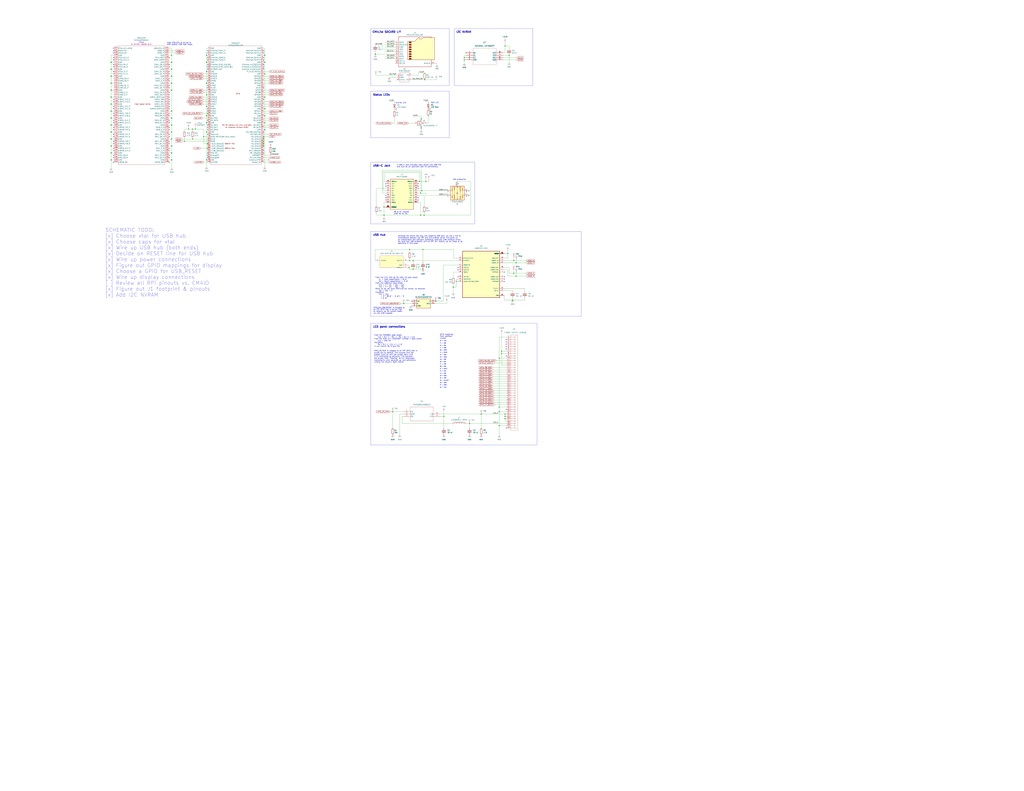
<source format=kicad_sch>
(kicad_sch (version 20211123) (generator eeschema)
  (paper "E")
  (title_block (title "Compute Module 4 IO Board - Top Level") (rev "1") (company "© 2020-2022 Raspberry Pi Ltd (formerly Raspberry Pi (Trading) Ltd.)") (comment 1 "www.raspberrypi.com"))
  (junction (at 225.425 103.505) (diameter 1.016))
  (junction (at 462.915 234.95))
  (junction (at 563.245 301.625))
  (junction (at 121.285 67.945) (diameter 1.016))
  (junction (at 450.85 284.48))
  (junction (at 121.285 159.385) (diameter 1.016))
  (junction (at 560.705 298.45))
  (junction (at 544.83 449.58))
  (junction (at 559.435 327.66))
  (junction (at 547.37 383.54))
  (junction (at 121.285 136.525) (diameter 1.016))
  (junction (at 497.84 307.34))
  (junction (at 512.445 462.28))
  (junction (at 187.325 128.905) (diameter 1.016))
  (junction (at 288.925 60.325) (diameter 1.016))
  (junction (at 210.185 151.765))
  (junction (at 464.82 198.12))
  (junction (at 121.285 113.665) (diameter 1.016))
  (junction (at 121.285 90.805) (diameter 1.016))
  (junction (at 121.285 121.285) (diameter 1.016))
  (junction (at 506.73 65.405))
  (junction (at 225.425 67.945) (diameter 1.016))
  (junction (at 544.83 391.16))
  (junction (at 187.325 90.805) (diameter 1.016))
  (junction (at 226.695 156.845) (diameter 1.016))
  (junction (at 187.325 75.565) (diameter 1.016))
  (junction (at 551.18 454.66))
  (junction (at 287.655 156.845) (diameter 1.016))
  (junction (at 419.1 234.95))
  (junction (at 225.425 78.105) (diameter 1.016))
  (junction (at 460.375 208.28))
  (junction (at 121.285 98.425) (diameter 1.016))
  (junction (at 446.405 292.1))
  (junction (at 459.105 210.82))
  (junction (at 287.655 154.305) (diameter 1.016))
  (junction (at 461.645 294.005))
  (junction (at 544.83 464.82))
  (junction (at 225.425 174.625) (diameter 1.016))
  (junction (at 225.425 133.985) (diameter 1.016))
  (junction (at 187.325 67.945) (diameter 1.016))
  (junction (at 121.285 144.145) (diameter 1.016))
  (junction (at 288.925 106.045) (diameter 1.016))
  (junction (at 484.505 454.66))
  (junction (at 187.325 144.145) (diameter 1.016))
  (junction (at 563.245 287.02))
  (junction (at 288.925 141.605) (diameter 1.016))
  (junction (at 121.285 75.565) (diameter 1.016))
  (junction (at 187.325 121.285) (diameter 1.016))
  (junction (at 560.705 284.48))
  (junction (at 506.73 62.865))
  (junction (at 288.925 80.645) (diameter 1.016))
  (junction (at 225.425 90.805) (diameter 1.016))
  (junction (at 457.835 198.12))
  (junction (at 288.925 118.745) (diameter 1.016))
  (junction (at 225.425 116.205) (diameter 1.016))
  (junction (at 409.575 59.055) (diameter 1.016))
  (junction (at 450.85 294.005))
  (junction (at 187.325 167.005) (diameter 1.016))
  (junction (at 447.04 272.415))
  (junction (at 222.25 149.225))
  (junction (at 494.665 313.69))
  (junction (at 213.36 140.97))
  (junction (at 459.105 234.95))
  (junction (at 419.1 226.06))
  (junction (at 225.425 126.365) (diameter 1.016))
  (junction (at 226.695 123.825))
  (junction (at 201.295 154.305))
  (junction (at 547.37 386.08))
  (junction (at 187.325 83.185) (diameter 1.016))
  (junction (at 440.69 331.47))
  (junction (at 226.695 161.925))
  (junction (at 551.18 457.2))
  (junction (at 187.325 159.385) (diameter 1.016))
  (junction (at 121.285 167.005) (diameter 1.016))
  (junction (at 463.55 86.995))
  (junction (at 225.425 144.145) (diameter 1.016))
  (junction (at 187.325 98.425) (diameter 1.016))
  (junction (at 187.325 60.325))
  (junction (at 428.625 449.58))
  (junction (at 551.18 452.12))
  (junction (at 187.325 136.525) (diameter 1.016))
  (junction (at 551.18 50.165))
  (junction (at 225.425 60.325) (diameter 1.016))
  (junction (at 288.925 67.945) (diameter 1.016))
  (junction (at 210.185 140.97))
  (junction (at 554.355 276.86))
  (junction (at 544.83 444.5))
  (junction (at 287.655 159.385) (diameter 1.016))
  (junction (at 447.04 284.48))
  (junction (at 187.325 174.625) (diameter 1.016))
  (junction (at 121.285 151.765) (diameter 1.016))
  (junction (at 205.74 140.97))
  (junction (at 475.615 328.93))
  (junction (at 187.325 151.765) (diameter 1.016))
  (junction (at 121.285 106.045) (diameter 1.016))
  (junction (at 287.655 151.765) (diameter 1.016))
  (junction (at 525.145 452.12))
  (junction (at 287.655 149.225) (diameter 1.016))
  (junction (at 121.285 128.905) (diameter 1.016))
  (junction (at 121.285 83.185) (diameter 1.016))
  (junction (at 288.925 133.985) (diameter 1.016))
  (junction (at 288.925 126.365) (diameter 1.016))
  (junction (at 555.625 60.325))
  (junction (at 121.285 174.625) (diameter 1.016))
  (junction (at 461.645 272.415))
  (no_connect (at 184.785 123.825))
  (no_connect (at 184.785 73.025))
  (no_connect (at 184.785 156.845))
  (no_connect (at 226.695 88.265))
  (no_connect (at 226.695 167.005))
  (no_connect (at 226.695 62.865))
  (no_connect (at 123.825 80.645))
  (no_connect (at 511.81 213.36))
  (no_connect (at 123.825 52.705))
  (no_connect (at 287.655 144.145))
  (no_connect (at 511.81 208.28))
  (no_connect (at 123.825 156.845))
  (no_connect (at 184.785 111.125))
  (no_connect (at 184.785 164.465))
  (no_connect (at 184.785 149.225))
  (no_connect (at 184.785 108.585))
  (no_connect (at 226.695 75.565))
  (no_connect (at 184.785 95.885))
  (no_connect (at 499.745 294.64))
  (no_connect (at 456.565 200.66))
  (no_connect (at 287.655 55.245))
  (no_connect (at 123.825 70.485))
  (no_connect (at 184.785 126.365))
  (no_connect (at 123.825 111.125))
  (no_connect (at 184.785 103.505))
  (no_connect (at 123.825 65.405))
  (no_connect (at 552.45 378.46))
  (no_connect (at 552.45 447.04))
  (no_connect (at 184.785 141.605))
  (no_connect (at 123.825 139.065))
  (no_connect (at 226.695 121.285))
  (no_connect (at 123.825 131.445))
  (no_connect (at 184.785 146.685))
  (no_connect (at 456.565 215.9))
  (no_connect (at 226.695 93.345))
  (no_connect (at 421.005 218.44))
  (no_connect (at 184.785 62.865))
  (no_connect (at 184.785 70.485))
  (no_connect (at 421.005 203.2))
  (no_connect (at 287.655 57.785))
  (no_connect (at 184.785 116.205))
  (no_connect (at 184.785 161.925))
  (no_connect (at 456.565 205.74))
  (no_connect (at 123.825 126.365))
  (no_connect (at 226.695 70.485))
  (no_connect (at 499.745 292.1))
  (no_connect (at 123.825 133.985))
  (no_connect (at 287.655 95.885))
  (no_connect (at 550.545 297.18))
  (no_connect (at 287.655 62.865))
  (no_connect (at 123.825 57.785))
  (no_connect (at 421.005 215.9))
  (no_connect (at 123.825 108.585))
  (no_connect (at 226.695 146.685))
  (no_connect (at 123.825 177.165))
  (no_connect (at 226.695 57.785))
  (no_connect (at 123.825 149.225))
  (no_connect (at 550.545 302.26))
  (no_connect (at 552.45 370.84))
  (no_connect (at 421.005 213.36))
  (no_connect (at 456.565 218.44))
  (no_connect (at 287.655 73.025))
  (no_connect (at 184.785 139.065))
  (no_connect (at 287.655 167.005))
  (no_connect (at 184.785 100.965))
  (no_connect (at 184.785 93.345))
  (no_connect (at 287.655 65.405))
  (no_connect (at 287.655 70.485))
  (no_connect (at 123.825 169.545))
  (no_connect (at 184.785 177.165))
  (no_connect (at 123.825 164.465))
  (no_connect (at 123.825 146.685))
  (no_connect (at 552.45 381))
  (no_connect (at 123.825 123.825))
  (no_connect (at 287.655 75.565))
  (no_connect (at 184.785 131.445))
  (no_connect (at 123.825 62.865))
  (no_connect (at 552.45 388.62))
  (no_connect (at 123.825 172.085))
  (no_connect (at 552.45 373.38))
  (no_connect (at 499.745 302.26))
  (no_connect (at 123.825 141.605))
  (no_connect (at 123.825 116.205))
  (no_connect (at 226.695 95.885))
  (no_connect (at 552.45 375.92))
  (no_connect (at 226.695 65.405))
  (no_connect (at 293.37 174.625))
  (no_connect (at 550.545 304.8))
  (no_connect (at 184.785 80.645))
  (no_connect (at 550.545 307.34))
  (no_connect (at 184.785 172.085))
  (no_connect (at 226.695 118.745))
  (no_connect (at 226.695 139.065))
  (no_connect (at 123.825 161.925))
  (no_connect (at 226.695 73.025))
  (no_connect (at 184.785 88.265))
  (no_connect (at 123.825 78.105))
  (no_connect (at 123.825 55.245))
  (no_connect (at 287.655 108.585))
  (no_connect (at 226.695 172.085))
  (no_connect (at 226.695 141.605))
  (no_connect (at 226.695 55.245))
  (no_connect (at 184.785 133.985))
  (no_connect (at 226.695 136.525))
  (no_connect (at 184.785 118.745))
  (no_connect (at 123.825 118.745))
  (no_connect (at 226.695 131.445))
  (no_connect (at 421.005 200.66))
  (no_connect (at 552.45 467.36))
  (no_connect (at 184.785 113.665))
  (no_connect (at 184.785 154.305))
  (no_connect (at 226.695 169.545))
  (no_connect (at 184.785 169.545))
  (no_connect (at 433.705 86.995))
  (no_connect (at 184.785 106.045))
  (no_connect (at 123.825 73.025))
  (no_connect (at 123.825 154.305))
  (no_connect (at 456.565 203.2))
  (no_connect (at 184.785 85.725))
  (no_connect (at 287.655 164.465))
  (no_connect (at 184.785 78.105))
  (wire (pts (xy 544.83 449.58) (xy 552.45 449.58)))
  (wire (pts (xy 121.285 106.045) (xy 123.825 106.045)))
  (wire (pts (xy 550.545 292.1) (xy 555.625 292.1)))
  (wire (pts (xy 506.73 65.405) (xy 508.635 65.405)))
  (wire (pts (xy 225.425 78.105) (xy 225.425 90.805)))
  (wire (pts (xy 184.785 55.245) (xy 191.135 55.245)))
  (wire (pts (xy 541.655 393.7) (xy 552.45 393.7)))
  (wire (pts (xy 539.115 434.34) (xy 552.45 434.34)))
  (wire (pts (xy 544.83 464.82) (xy 544.83 449.58)))
  (wire (pts (xy 437.515 331.47) (xy 440.69 331.47)))
  (wire (pts (xy 456.565 198.12) (xy 457.835 198.12)))
  (polyline (pts (xy 518.16 177.165) (xy 518.16 244.475)) (stroke (width 0) (type solid)))
  (wire (pts (xy 448.945 81.915) (xy 456.565 81.915)))
  (wire (pts (xy 419.735 61.595) (xy 431.165 61.595)))
  (wire (pts (xy 225.425 144.145) (xy 225.425 174.625)))
  (wire (pts (xy 287.655 78.105) (xy 293.37 78.105)))
  (wire (pts (xy 544.83 444.5) (xy 544.83 391.16)))
  (wire (pts (xy 467.36 111.76) (xy 467.36 110.49)))
  (wire (pts (xy 184.785 83.185) (xy 187.325 83.185)))
  (polyline (pts (xy 518.16 244.475) (xy 404.495 244.475)) (stroke (width 0) (type solid)))
  (wire (pts (xy 563.88 65.405) (xy 549.275 65.405)))
  (wire (pts (xy 287.655 103.505) (xy 293.37 103.505)))
  (wire (pts (xy 198.755 151.765) (xy 210.185 151.765)))
  (wire (pts (xy 537.845 408.94) (xy 552.45 408.94)))
  (wire (pts (xy 225.425 133.985) (xy 225.425 144.145)))
  (wire (pts (xy 121.285 151.765) (xy 123.825 151.765)))
  (wire (pts (xy 445.135 284.48) (xy 447.04 284.48)))
  (wire (pts (xy 187.325 136.525) (xy 187.325 144.145)))
  (wire (pts (xy 213.36 140.97) (xy 222.25 140.97)))
  (wire (pts (xy 456.565 79.375) (xy 456.565 81.915)))
  (wire (pts (xy 287.655 113.665) (xy 293.37 113.665)))
  (wire (pts (xy 467.36 110.49) (xy 463.55 110.49)))
  (wire (pts (xy 287.655 151.765) (xy 287.655 154.305)))
  (wire (pts (xy 221.615 177.165) (xy 226.695 177.165)))
  (wire (pts (xy 550.545 322.58) (xy 550.545 327.66)))
  (wire (pts (xy 184.785 128.905) (xy 187.325 128.905)))
  (wire (pts (xy 513.715 234.95) (xy 462.915 234.95)))
  (wire (pts (xy 226.695 174.625) (xy 225.425 174.625)))
  (wire (pts (xy 464.82 213.36) (xy 486.41 213.36)))
  (wire (pts (xy 463.55 86.995) (xy 476.25 86.995)))
  (wire (pts (xy 550.545 294.64) (xy 554.355 294.64)))
  (wire (pts (xy 410.21 81.915) (xy 433.705 81.915)))
  (wire (pts (xy 483.87 289.56) (xy 483.87 328.93)))
  (wire (pts (xy 187.325 174.625) (xy 187.325 183.515)))
  (wire (pts (xy 409.575 48.895) (xy 417.195 48.895)))
  (wire (pts (xy 287.655 177.165) (xy 293.37 177.165)))
  (wire (pts (xy 438.785 454.66) (xy 438.785 462.28)))
  (wire (pts (xy 417.195 210.82) (xy 421.005 210.82)))
  (wire (pts (xy 554.355 281.94) (xy 554.355 276.86)))
  (wire (pts (xy 544.83 475.615) (xy 544.83 464.82)))
  (wire (pts (xy 121.285 144.145) (xy 121.285 151.765)))
  (wire (pts (xy 187.325 159.385) (xy 187.325 167.005)))
  (wire (pts (xy 552.45 452.12) (xy 551.18 452.12)))
  (wire (pts (xy 550.545 284.48) (xy 560.705 284.48)))
  (wire (pts (xy 539.115 426.72) (xy 552.45 426.72)))
  (wire (pts (xy 293.37 123.825) (xy 287.655 123.825)))
  (wire (pts (xy 537.845 424.18) (xy 552.45 424.18)))
  (wire (pts (xy 410.845 224.79) (xy 410.845 205.74)))
  (wire (pts (xy 460.375 208.28) (xy 460.375 186.055)))
  (wire (pts (xy 221.615 123.825) (xy 226.695 123.825)))
  (wire (pts (xy 461.645 272.415) (xy 461.645 286.385)))
  (wire (pts (xy 226.695 159.385) (xy 226.695 156.845)))
  (wire (pts (xy 123.825 174.625) (xy 121.285 174.625)))
  (wire (pts (xy 225.425 103.505) (xy 225.425 116.205)))
  (wire (pts (xy 123.825 167.005) (xy 121.285 167.005)))
  (wire (pts (xy 445.77 134.62) (xy 452.12 134.62)))
  (wire (pts (xy 497.84 304.8) (xy 497.84 307.34)))
  (wire (pts (xy 462.915 232.41) (xy 462.915 234.95)))
  (wire (pts (xy 549.275 60.325) (xy 555.625 60.325)))
  (wire (pts (xy 474.98 331.47) (xy 487.68 331.47)))
  (wire (pts (xy 544.83 444.5) (xy 552.45 444.5)))
  (wire (pts (xy 226.695 164.465) (xy 226.695 161.925)))
  (wire (pts (xy 287.655 106.045) (xy 288.925 106.045)))
  (wire (pts (xy 551.18 57.785) (xy 549.275 57.785)))
  (wire (pts (xy 417.195 186.055) (xy 417.195 210.82)))
  (wire (pts (xy 219.075 161.925) (xy 226.695 161.925)))
  (wire (pts (xy 287.655 60.325) (xy 288.925 60.325)))
  (wire (pts (xy 421.005 226.06) (xy 419.1 226.06)))
  (wire (pts (xy 539.115 429.26) (xy 552.45 429.26)))
  (wire (pts (xy 459.105 220.98) (xy 459.105 234.95)))
  (wire (pts (xy 225.425 52.705) (xy 225.425 60.325)))
  (wire (pts (xy 187.325 75.565) (xy 187.325 67.945)))
  (wire (pts (xy 506.73 62.865) (xy 508.635 62.865)))
  (wire (pts (xy 225.425 116.205) (xy 225.425 126.365)))
  (wire (pts (xy 225.425 174.625) (xy 225.425 182.245)))
  (wire (pts (xy 551.18 50.165) (xy 551.18 57.785)))
  (wire (pts (xy 418.465 208.28) (xy 418.465 187.325)))
  (wire (pts (xy 201.295 154.305) (xy 226.695 154.305)))
  (wire (pts (xy 222.25 83.185) (xy 226.695 83.185)))
  (wire (pts (xy 440.69 331.47) (xy 449.58 331.47)))
  (wire (pts (xy 225.425 67.945) (xy 225.425 78.105)))
  (polyline (pts (xy 586.105 353.06) (xy 586.105 485.775)) (stroke (width 0) (type solid)))
  (polyline (pts (xy 581.66 31.115) (xy 581.66 93.345)) (stroke (width 0) (type solid)))
  (wire (pts (xy 121.285 98.425) (xy 123.825 98.425)))
  (wire (pts (xy 287.655 131.445) (xy 293.37 131.445)))
  (wire (pts (xy 499.745 289.56) (xy 483.87 289.56)))
  (wire (pts (xy 554.355 276.86) (xy 550.545 276.86)))
  (polyline (pts (xy 404.495 150.495) (xy 404.495 99.695)) (stroke (width 0) (type solid)))
  (wire (pts (xy 447.04 272.415) (xy 447.04 274.955)))
  (wire (pts (xy 456.565 220.98) (xy 459.105 220.98)))
  (wire (pts (xy 552.45 368.3) (xy 544.83 368.3)))
  (wire (pts (xy 293.37 128.905) (xy 287.655 128.905)))
  (wire (pts (xy 121.285 67.945) (xy 123.825 67.945)))
  (wire (pts (xy 446.405 292.1) (xy 445.135 292.1)))
  (wire (pts (xy 417.195 53.975) (xy 417.195 48.895)))
  (wire (pts (xy 121.285 136.525) (xy 123.825 136.525)))
  (wire (pts (xy 559.435 325.755) (xy 559.435 327.66)))
  (wire (pts (xy 205.74 140.97) (xy 201.295 140.97)))
  (wire (pts (xy 409.575 272.415) (xy 409.575 284.48)))
  (wire (pts (xy 554.355 273.05) (xy 554.355 276.86)))
  (wire (pts (xy 513.715 198.12) (xy 513.715 234.95)))
  (wire (pts (xy 544.83 391.16) (xy 552.45 391.16)))
  (wire (pts (xy 198.755 154.305) (xy 201.295 154.305)))
  (wire (pts (xy 494.665 313.69) (xy 494.665 320.04)))
  (wire (pts (xy 121.285 159.385) (xy 123.825 159.385)))
  (wire (pts (xy 222.25 98.425) (xy 226.695 98.425)))
  (wire (pts (xy 537.845 419.1) (xy 552.45 419.1)))
  (polyline (pts (xy 404.495 485.775) (xy 404.495 353.06)) (stroke (width 0) (type solid)))
  (wire (pts (xy 572.77 314.96) (xy 572.77 318.135)))
  (polyline (pts (xy 404.495 177.165) (xy 518.16 177.165)) (stroke (width 0) (type solid)))
  (wire (pts (xy 446.405 289.56) (xy 445.135 289.56)))
  (wire (pts (xy 187.325 121.285) (xy 187.325 128.905)))
  (wire (pts (xy 449.58 334.01) (xy 448.31 334.01)))
  (wire (pts (xy 210.185 142.875) (xy 210.185 140.97)))
  (wire (pts (xy 551.18 459.74) (xy 551.18 457.2)))
  (wire (pts (xy 506.73 62.865) (xy 506.73 65.405)))
  (wire (pts (xy 210.185 150.495) (xy 210.185 151.765)))
  (wire (pts (xy 433.705 84.455) (xy 424.815 84.455)))
  (wire (pts (xy 540.385 441.96) (xy 552.45 441.96)))
  (wire (pts (xy 287.655 80.645) (xy 288.925 80.645)))
  (wire (pts (xy 551.18 457.2) (xy 551.18 454.66)))
  (wire (pts (xy 419.1 226.06) (xy 419.1 234.95)))
  (wire (pts (xy 187.325 144.145) (xy 187.325 151.765)))
  (wire (pts (xy 225.425 90.805) (xy 226.695 90.805)))
  (wire (pts (xy 447.04 272.415) (xy 461.645 272.415)))
  (wire (pts (xy 221.615 113.665) (xy 226.695 113.665)))
  (wire (pts (xy 447.04 272.415) (xy 409.575 272.415)))
  (wire (pts (xy 447.04 284.48) (xy 450.85 284.48)))
  (wire (pts (xy 225.425 126.365) (xy 225.425 133.985)))
  (wire (pts (xy 431.165 56.515) (xy 419.735 56.515)))
  (polyline (pts (xy 495.935 31.115) (xy 581.66 31.115)) (stroke (width 0) (type solid)))
  (wire (pts (xy 287.655 116.205) (xy 293.37 116.205)))
  (wire (pts (xy 184.785 144.145) (xy 187.325 144.145)))
  (wire (pts (xy 459.74 132.08) (xy 459.74 127)))
  (wire (pts (xy 547.37 386.08) (xy 552.45 386.08)))
  (wire (pts (xy 428.625 449.58) (xy 440.055 449.58)))
  (wire (pts (xy 554.355 294.64) (xy 554.355 301.625)))
  (wire (pts (xy 121.285 60.325) (xy 121.285 67.945)))
  (wire (pts (xy 222.25 80.645) (xy 226.695 80.645)))
  (wire (pts (xy 287.655 172.085) (xy 293.37 172.085)))
  (wire (pts (xy 287.655 133.985) (xy 288.925 133.985)))
  (wire (pts (xy 287.655 98.425) (xy 293.37 98.425)))
  (wire (pts (xy 288.925 141.605) (xy 288.925 182.245)))
  (wire (pts (xy 225.425 103.505) (xy 226.695 103.505)))
  (polyline (pts (xy 404.495 93.345) (xy 404.495 31.115)) (stroke (width 0) (type solid)))
  (wire (pts (xy 288.925 133.985) (xy 288.925 141.605)))
  (wire (pts (xy 495.3 281.94) (xy 495.3 272.415)))
  (wire (pts (xy 419.735 46.355) (xy 431.165 46.355)))
  (polyline (pts (xy 495.935 93.345) (xy 495.935 31.115)) (stroke (width 0) (type solid)))
  (wire (pts (xy 456.565 79.375) (xy 463.55 79.375)))
  (wire (pts (xy 226.695 52.705) (xy 225.425 52.705)))
  (wire (pts (xy 287.655 159.385) (xy 287.655 161.925)))
  (wire (pts (xy 187.325 90.805) (xy 187.325 83.185)))
  (wire (pts (xy 418.465 187.325) (xy 459.105 187.325)))
  (wire (pts (xy 537.845 414.02) (xy 552.45 414.02)))
  (wire (pts (xy 555.625 50.165) (xy 555.625 52.705)))
  (wire (pts (xy 431.165 48.895) (xy 419.735 48.895)))
  (wire (pts (xy 484.505 448.945) (xy 484.505 454.66)))
  (wire (pts (xy 459.105 210.82) (xy 456.565 210.82)))
  (wire (pts (xy 187.325 52.705) (xy 187.325 60.325)))
  (wire (pts (xy 121.285 75.565) (xy 121.285 83.185)))
  (wire (pts (xy 539.75 396.24) (xy 552.45 396.24)))
  (wire (pts (xy 537.845 411.48) (xy 552.45 411.48)))
  (wire (pts (xy 547.37 398.78) (xy 547.37 386.08)))
  (wire (pts (xy 121.285 75.565) (xy 123.825 75.565)))
  (wire (pts (xy 187.325 60.325) (xy 184.785 60.325)))
  (wire (pts (xy 544.83 449.58) (xy 544.83 444.5)))
  (wire (pts (xy 512.445 462.28) (xy 552.45 462.28)))
  (wire (pts (xy 537.845 406.4) (xy 552.45 406.4)))
  (wire (pts (xy 552.45 457.2) (xy 551.18 457.2)))
  (wire (pts (xy 551.18 454.66) (xy 551.18 452.12)))
  (wire (pts (xy 187.325 67.945) (xy 187.325 60.325)))
  (wire (pts (xy 467.995 198.12) (xy 467.995 196.215)))
  (wire (pts (xy 121.285 83.185) (xy 123.825 83.185)))
  (wire (pts (xy 121.285 151.765) (xy 121.285 159.385)))
  (wire (pts (xy 563.245 283.21) (xy 563.245 287.02)))
  (wire (pts (xy 287.655 174.625) (xy 293.37 174.625)))
  (wire (pts (xy 459.105 210.82) (xy 464.82 210.82)))
  (wire (pts (xy 205.74 139.065) (xy 205.74 140.97)))
  (wire (pts (xy 225.425 126.365) (xy 226.695 126.365)))
  (wire (pts (xy 547.37 386.08) (xy 547.37 383.54)))
  (wire (pts (xy 480.695 452.12) (xy 525.145 452.12)))
  (wire (pts (xy 544.83 464.82) (xy 552.45 464.82)))
  (wire (pts (xy 184.785 67.945) (xy 187.325 67.945)))
  (polyline (pts (xy 581.66 93.345) (xy 495.935 93.345)) (stroke (width 0) (type solid)))
  (wire (pts (xy 187.325 98.425) (xy 187.325 90.805)))
  (wire (pts (xy 410.845 205.74) (xy 421.005 205.74)))
  (polyline (pts (xy 490.22 150.495) (xy 404.495 150.495)) (stroke (width 0) (type solid)))
  (wire (pts (xy 287.655 100.965) (xy 293.37 100.965)))
  (wire (pts (xy 487.68 331.47) (xy 487.68 328.93)))
  (wire (pts (xy 426.085 449.58) (xy 428.625 449.58)))
  (wire (pts (xy 225.425 144.145) (xy 226.695 144.145)))
  (wire (pts (xy 222.25 100.965) (xy 226.695 100.965)))
  (wire (pts (xy 225.425 78.105) (xy 226.695 78.105)))
  (wire (pts (xy 508.635 60.325) (xy 506.73 60.325)))
  (wire (pts (xy 213.36 140.97) (xy 210.185 140.97)))
  (wire (pts (xy 187.325 83.185) (xy 187.325 75.565)))
  (wire (pts (xy 436.245 452.12) (xy 436.245 474.98)))
  (wire (pts (xy 121.285 90.805) (xy 123.825 90.805)))
  (wire (pts (xy 539.115 439.42) (xy 552.45 439.42)))
  (wire (pts (xy 563.245 301.625) (xy 574.04 301.625)))
  (wire (pts (xy 459.105 234.95) (xy 419.1 234.95)))
  (wire (pts (xy 547.37 363.22) (xy 547.37 383.54)))
  (wire (pts (xy 430.53 111.76) (xy 429.895 110.49)))
  (wire (pts (xy 287.655 156.845) (xy 287.655 159.385)))
  (wire (pts (xy 508.635 462.28) (xy 512.445 462.28)))
  (wire (pts (xy 419.735 51.435) (xy 431.165 51.435)))
  (wire (pts (xy 555.625 298.45) (xy 560.705 298.45)))
  (wire (pts (xy 409.575 56.515) (xy 409.575 59.055)))
  (wire (pts (xy 221.615 106.045) (xy 226.695 106.045)))
  (wire (pts (xy 222.25 85.725) (xy 226.695 85.725)))
  (wire (pts (xy 287.655 83.185) (xy 293.37 83.185)))
  (polyline (pts (xy 404.495 252.73) (xy 634.365 252.73)) (stroke (width 0) (type solid)))
  (wire (pts (xy 499.745 281.94) (xy 495.3 281.94)))
  (wire (pts (xy 287.655 149.225) (xy 293.37 149.225)))
  (wire (pts (xy 121.285 128.905) (xy 121.285 136.525)))
  (wire (pts (xy 563.245 297.18) (xy 563.245 301.625)))
  (wire (pts (xy 450.85 284.48) (xy 499.745 284.48)))
  (wire (pts (xy 425.45 110.49) (xy 429.895 110.49)))
  (wire (pts (xy 184.785 57.785) (xy 191.135 57.785)))
  (wire (pts (xy 201.295 140.97) (xy 201.295 142.875)))
  (wire (pts (xy 512.445 462.28) (xy 512.445 467.36)))
  (wire (pts (xy 121.285 121.285) (xy 123.825 121.285)))
  (wire (pts (xy 419.735 198.12) (xy 419.735 188.595)))
  (wire (pts (xy 184.785 52.705) (xy 187.325 52.705)))
  (wire (pts (xy 484.505 454.66) (xy 484.505 467.36)))
  (polyline (pts (xy 404.495 244.475) (xy 404.495 177.165)) (stroke (width 0) (type solid)))
  (wire (pts (xy 450.85 284.48) (xy 450.85 286.385)))
  (wire (pts (xy 123.825 60.325) (xy 121.285 60.325)))
  (wire (pts (xy 288.925 60.325) (xy 288.925 67.945)))
  (wire (pts (xy 225.425 60.325) (xy 225.425 67.945)))
  (wire (pts (xy 226.695 67.945) (xy 225.425 67.945)))
  (wire (pts (xy 226.695 149.225) (xy 222.25 149.225)))
  (wire (pts (xy 525.145 452.12) (xy 525.145 467.36)))
  (wire (pts (xy 225.425 90.805) (xy 225.425 103.505)))
  (wire (pts (xy 539.115 431.8) (xy 552.45 431.8)))
  (wire (pts (xy 560.705 294.64) (xy 560.705 298.45)))
  (wire (pts (xy 560.705 284.48) (xy 574.04 284.48)))
  (wire (pts (xy 525.145 452.12) (xy 551.18 452.12)))
  (wire (pts (xy 184.785 174.625) (xy 187.325 174.625)))
  (wire (pts (xy 121.285 136.525) (xy 121.285 144.145)))
  (wire (pts (xy 506.73 60.325) (xy 506.73 62.865)))
  (wire (pts (xy 184.785 136.525) (xy 187.325 136.525)))
  (wire (pts (xy 293.37 136.525) (xy 287.655 136.525)))
  (wire (pts (xy 551.18 45.72) (xy 551.18 50.165)))
  (wire (pts (xy 184.785 151.765) (xy 187.325 151.765)))
  (wire (pts (xy 184.785 90.805) (xy 187.325 90.805)))
  (wire (pts (xy 184.785 167.005) (xy 187.325 167.005)))
  (wire (pts (xy 499.11 198.12) (xy 513.715 198.12)))
  (wire (pts (xy 431.165 53.975) (xy 417.195 53.975)))
  (wire (pts (xy 184.785 121.285) (xy 187.325 121.285)))
  (wire (pts (xy 419.1 234.95) (xy 419.1 237.49)))
  (wire (pts (xy 537.845 403.86) (xy 552.45 403.86)))
  (wire (pts (xy 213.36 139.065) (xy 213.36 140.97)))
  (wire (pts (xy 464.82 213.36) (xy 464.82 210.82)))
  (wire (pts (xy 497.84 307.34) (xy 499.745 307.34)))
  (wire (pts (xy 475.615 328.93) (xy 474.98 328.93)))
  (polyline (pts (xy 490.22 31.115) (xy 490.22 93.345)) (stroke (width 0) (type solid)))
  (wire (pts (xy 287.655 149.225) (xy 287.655 151.765)))
  (wire (pts (xy 288.925 118.745) (xy 288.925 126.365)))
  (wire (pts (xy 552.45 459.74) (xy 551.18 459.74)))
  (wire (pts (xy 559.435 317.5) (xy 559.435 318.135)))
  (wire (pts (xy 497.84 313.69) (xy 494.665 313.69)))
  (wire (pts (xy 221.615 128.905) (xy 226.695 128.905)))
  (wire (pts (xy 121.285 113.665) (xy 121.285 121.285)))
  (wire (pts (xy 417.195 186.055) (xy 460.375 186.055)))
  (wire (pts (xy 428.625 449.58) (xy 428.625 467.36)))
  (wire (pts (xy 552.45 454.66) (xy 551.18 454.66)))
  (wire (pts (xy 201.295 150.495) (xy 201.295 154.305)))
  (wire (pts (xy 459.105 187.325) (xy 459.105 210.82)))
  (wire (pts (xy 560.705 298.45) (xy 574.04 298.45)))
  (wire (pts (xy 121.285 128.905) (xy 123.825 128.905)))
  (wire (pts (xy 494.665 297.18) (xy 494.665 302.895)))
  (wire (pts (xy 539.115 436.88) (xy 552.45 436.88)))
  (wire (pts (xy 499.745 304.8) (xy 497.84 304.8)))
  (wire (pts (xy 410.845 234.95) (xy 419.1 234.95)))
  (polyline (pts (xy 634.365 252.73) (xy 634.365 345.44)) (stroke (width 0) (type solid)))
  (wire (pts (xy 457.835 198.12) (xy 464.82 198.12)))
  (wire (pts (xy 544.83 368.3) (xy 544.83 391.16)))
  (wire (pts (xy 210.185 151.765) (xy 226.695 151.765)))
  (wire (pts (xy 497.84 307.34) (xy 497.84 313.69)))
  (wire (pts (xy 467.36 134.62) (xy 466.09 134.62)))
  (wire (pts (xy 121.285 106.045) (xy 121.285 113.665)))
  (wire (pts (xy 563.245 287.02) (xy 574.04 287.02)))
  (wire (pts (xy 430.53 119.38) (xy 430.53 120.65)))
  (wire (pts (xy 409.575 59.055) (xy 409.575 60.325)))
  (wire (pts (xy 506.73 65.405) (xy 506.73 69.215)))
  (wire (pts (xy 226.695 60.325) (xy 225.425 60.325)))
  (wire (pts (xy 547.37 383.54) (xy 552.45 383.54)))
  (wire (pts (xy 221.615 108.585) (xy 226.695 108.585)))
  (wire (pts (xy 440.055 454.66) (xy 438.785 454.66)))
  (wire (pts (xy 287.655 146.685) (xy 293.37 146.685)))
  (wire (pts (xy 121.285 121.285) (xy 121.285 128.905)))
  (wire (pts (xy 225.425 133.985) (xy 226.695 133.985)))
  (wire (pts (xy 499.745 297.18) (xy 494.665 297.18)))
  (wire (pts (xy 559.435 327.66) (xy 572.77 327.66)))
  (wire (pts (xy 550.545 317.5) (xy 559.435 317.5)))
  (wire (pts (xy 288.925 67.945) (xy 288.925 80.645)))
  (wire (pts (xy 460.375 208.28) (xy 486.41 208.28)))
  (wire (pts (xy 474.345 69.215) (xy 476.885 69.215)))
  (wire (pts (xy 555.625 292.1) (xy 555.625 298.45)))
  (wire (pts (xy 462.915 234.95) (xy 459.105 234.95)))
  (wire (pts (xy 550.545 327.66) (xy 559.435 327.66)))
  (wire (pts (xy 495.3 272.415) (xy 461.645 272.415)))
  (wire (pts (xy 563.88 62.865) (xy 549.275 62.865)))
  (wire (pts (xy 287.655 52.705) (xy 288.925 52.705)))
  (wire (pts (xy 459.74 127) (xy 450.85 127)))
  (wire (pts (xy 550.545 314.96) (xy 572.77 314.96)))
  (wire (pts (xy 184.785 98.425) (xy 187.325 98.425)))
  (wire (pts (xy 494.665 313.69) (xy 494.665 310.515)))
  (wire (pts (xy 205.74 140.97) (xy 210.185 140.97)))
  (wire (pts (xy 287.655 154.305) (xy 287.655 156.845)))
  (wire (pts (xy 537.845 421.64) (xy 552.45 421.64)))
  (wire (pts (xy 421.005 220.98) (xy 419.1 220.98)))
  (wire (pts (xy 287.655 90.805) (xy 293.37 90.805)))
  (wire (pts (xy 410.845 232.41) (xy 410.845 234.95)))
  (wire (pts (xy 447.04 282.575) (xy 447.04 284.48)))
  (polyline (pts (xy 586.105 485.775) (xy 404.495 485.775)) (stroke (width 0) (type solid)))
  (wire (pts (xy 222.25 156.845) (xy 226.695 156.845)))
  (polyline (pts (xy 404.495 31.115) (xy 490.22 31.115)) (stroke (width 0) (type solid)))
  (wire (pts (xy 121.285 113.665) (xy 123.825 113.665)))
  (wire (pts (xy 483.87 328.93) (xy 475.615 328.93)))
  (wire (pts (xy 462.915 213.36) (xy 462.915 224.79)))
  (wire (pts (xy 572.77 327.66) (xy 572.77 325.755)))
  (wire (pts (xy 550.545 281.94) (xy 554.355 281.94)))
  (wire (pts (xy 554.355 301.625) (xy 563.245 301.625)))
  (wire (pts (xy 456.565 213.36) (xy 462.915 213.36)))
  (wire (pts (xy 287.655 111.125) (xy 293.37 111.125)))
  (wire (pts (xy 476.885 69.215) (xy 476.885 71.12)))
  (wire (pts (xy 450.85 294.005) (xy 461.645 294.005)))
  (wire (pts (xy 467.36 127) (xy 467.36 134.62)))
  (wire (pts (xy 184.785 159.385) (xy 187.325 159.385)))
  (polyline (pts (xy 404.495 345.44) (xy 404.495 252.73)) (stroke (width 0) (type solid)))
  (wire (pts (xy 187.325 98.425) (xy 187.325 121.285)))
  (wire (pts (xy 446.405 292.1) (xy 446.405 294.005)))
  (wire (pts (xy 457.835 188.595) (xy 457.835 198.12)))
  (wire (pts (xy 464.82 194.945) (xy 464.82 198.12)))
  (wire (pts (xy 121.285 167.005) (xy 121.285 174.625)))
  (wire (pts (xy 187.325 167.005) (xy 187.325 174.625)))
  (wire (pts (xy 121.285 83.185) (xy 121.285 90.805)))
  (wire (pts (xy 288.925 80.645) (xy 288.925 106.045)))
  (wire (pts (xy 121.285 159.385) (xy 121.285 167.005)))
  (wire (pts (xy 430.53 134.62) (xy 430.53 128.27)))
  (wire (pts (xy 288.925 126.365) (xy 288.925 133.985)))
  (wire (pts (xy 431.165 64.135) (xy 419.735 64.135)))
  (wire (pts (xy 446.405 294.005) (xy 450.85 294.005)))
  (wire (pts (xy 121.285 90.805) (xy 121.285 98.425)))
  (wire (pts (xy 287.655 121.285) (xy 293.37 121.285)))
  (wire (pts (xy 221.615 111.125) (xy 226.695 111.125)))
  (wire (pts (xy 409.575 59.055) (xy 431.165 59.055)))
  (wire (pts (xy 287.655 169.545) (xy 295.275 169.545)))
  (wire (pts (xy 421.005 208.28) (xy 418.465 208.28)))
  (polyline (pts (xy 634.365 345.44) (xy 404.495 345.44)) (stroke (width 0) (type solid)))
  (wire (pts (xy 551.18 50.165) (xy 555.625 50.165)))
  (wire (pts (xy 225.425 116.205) (xy 226.695 116.205)))
  (wire (pts (xy 121.285 67.945) (xy 121.285 75.565)))
  (wire (pts (xy 480.695 454.66) (xy 484.505 454.66)))
  (polyline (pts (xy 490.22 93.345) (xy 404.495 93.345)) (stroke (width 0) (type solid)))
  (wire (pts (xy 419.735 188.595) (xy 457.835 188.595)))
  (wire (pts (xy 184.785 75.565) (xy 187.325 75.565)))
  (wire (pts (xy 459.74 137.16) (xy 459.74 142.24)))
  (wire (pts (xy 287.655 93.345) (xy 288.925 93.345)))
  (wire (pts (xy 419.1 220.98) (xy 419.1 226.06)))
  (wire (pts (xy 121.285 144.145) (xy 123.825 144.145)))
  (wire (pts (xy 537.845 416.56) (xy 552.45 416.56)))
  (wire (pts (xy 287.655 126.365) (xy 288.925 126.365)))
  (polyline (pts (xy 404.495 353.06) (xy 586.105 353.06)) (stroke (width 0) (type solid)))
  (wire (pts (xy 456.565 208.28) (xy 460.375 208.28)))
  (wire (pts (xy 550.545 287.02) (xy 563.245 287.02)))
  (polyline (pts (xy 490.22 99.695) (xy 490.22 150.495)) (stroke (width 0) (type solid)))
  (wire (pts (xy 440.055 452.12) (xy 436.245 452.12)))
  (wire (pts (xy 560.705 280.67) (xy 560.705 284.48)))
  (wire (pts (xy 295.275 169.545) (xy 295.275 167.64)))
  (wire (pts (xy 438.785 462.28) (xy 493.395 462.28)))
  (wire (pts (xy 446.405 289.56) (xy 446.405 292.1)))
  (polyline (pts (xy 404.495 99.695) (xy 490.22 99.695)) (stroke (width 0) (type solid)))
  (wire (pts (xy 287.655 88.265) (xy 293.37 88.265)))
  (wire (pts (xy 287.655 85.725) (xy 293.37 85.725)))
  (wire (pts (xy 121.285 98.425) (xy 121.285 106.045)))
  (wire (pts (xy 227.33 123.825) (xy 226.695 123.825)))
  (wire (pts (xy 421.005 198.12) (xy 419.735 198.12)))
  (wire (pts (xy 464.82 198.12) (xy 467.995 198.12)))
  (wire (pts (xy 287.655 67.945) (xy 288.925 67.945)))
  (wire (pts (xy 287.655 141.605) (xy 288.925 141.605)))
  (wire (pts (xy 552.45 398.78) (xy 547.37 398.78)))
  (wire (pts (xy 121.285 174.625) (xy 121.285 183.515)))
  (wire (pts (xy 427.99 134.62) (xy 430.53 134.62)))
  (wire (pts (xy 287.655 139.065) (xy 293.37 139.065)))
  (wire (pts (xy 555.625 60.325) (xy 555.625 68.58)))
  (wire (pts (xy 287.655 118.745) (xy 288.925 118.745)))
  (wire (pts (xy 222.25 149.225) (xy 222.25 140.97)))
  (wire (pts (xy 537.845 401.32) (xy 552.45 401.32)))
  (wire (pts (xy 222.25 149.225) (xy 222.25 156.845)))
  (wire (pts (xy 288.925 52.705) (xy 288.925 60.325)))
  (wire (pts (xy 187.325 151.765) (xy 187.325 159.385)))
  (wire (pts (xy 448.945 86.995) (xy 463.55 86.995)))
  (wire (pts (xy 288.925 106.045) (xy 288.925 118.745)))
  (wire (pts (xy 187.325 128.905) (xy 187.325 136.525)))
  (text "13 -> DB5" (at 480.06 408.305 0) (effects (font (size 0.75 0.75)) (justify left bottom)))
  (text "From the ECS-240-8-33-AGN-TR data sheet:\n    C_{L} = Load capacitance = 8 pF\n    C_{O} = Shunt capacitance = 5 pF\nFrom the USB2412 data sheet:\n    CX_{1} = 2 * (C_{L} - C_{O}) - C_{S1}\n    CX_{2} = 2 * (C_{L} - C_{O}) - C_{S2}\nSince we do not know PCB and pin values, we assume:\n    C_{S1} = C_{S2} = 0\nTherefore:\n    CX_{1} = CX_{2} \n      = 2 * (8 pF - 5 pF) - 0\n      = 6 pF" (at 409.575 326.39 0) (effects (font (size 1.27 1.27)) (justify left bottom)))
  (text "09 -> DB1" (at 480.06 395.605 0) (effects (font (size 0.75 0.75)) (justify left bottom)))
  (text "ESD protection" (at 508.635 196.85 180) (effects (font (size 1.27 1.27)) (justify right bottom)))
  (text "USB-C Jack" (at 407.035 182.245 0) (effects (font (size 2.007 2.007) (thickness 0.4014) bold) (justify left bottom)))
  (text "I2C NVRAM" (at 497.84 36.195 0) (effects (font (size 2.007 2.007) (thickness 0.4014) bold) (justify left bottom)))
  (text "A USB-C jack provides input power (via USB PD)\nand acts as an upstream port for peripherals." (at 433.07 182.88 0) (effects (font (size 1.27 1.27)) (justify left bottom)))
  (text "Activity LED" (at 431.8 113.03 0) (effects (font (size 1.27 1.27)) (justify left bottom)))
  (text "GPIO_02_USB_!RESET is mapped to\nan RPi GPIO that is pulled high\nby default, so the system boots\nup with USB enabled." (at 407.67 342.9 0) (effects (font (size 1.27 1.27)) (justify left bottom)))
  (text "17 -> DB9" (at 480.06 380.365 0) (effects (font (size 0.75 0.75)) (justify left bottom)))
  (text "15 -> DB7" (at 480.06 377.825 0) (effects (font (size 0.75 0.75)) (justify left bottom)))
  (text "Status LEDs" (at 407.035 104.775 0) (effects (font (size 2.007 2.007) (thickness 0.4014) bold) (justify left bottom)))
  (text "18 -> DB10" (at 480.06 382.905 0) (effects (font (size 0.75 0.75)) (justify left bottom)))
  (text "PWR LED" (at 470.027 112.903 0) (effects (font (size 1.27 1.27)) (justify left bottom)))
  (text "GPIO mappings\nfrom previous\nversion" (at 480.06 370.205 0) (effects (font (size 1.27 1.27)) (justify left bottom)))
  (text "16 -> DB8" (at 480.06 413.385 0) (effects (font (size 0.75 0.75)) (justify left bottom)))
  (text "SCHEMATIC TODO:\n[x] Choose xtal for USB hub\n[x] Choose caps for xtal\n[x] Wire up USB hub (both ends)\n[x] Decide on RESET line for USB hub\n[x] Wire up power connections\n[x] Figure out GPIO mappings for display\n[x] Choose a GPIO for USB_RESET\n[x] Wire up display connections\n[ ] Review all RPi pinouts vs. CM4IO\n[x] Figure out J1 footprint & pinouts\n[x] Add I2C NVRAM" (at 114.935 324.485 0) (effects (font (size 4 4)) (justify left bottom)))
  (text "USB Hub" (at 407.035 257.81 0) (effects (font (size 2.007 2.007) (thickness 0.4014) bold) (justify left bottom)))
  (text "14 -> DB6" (at 480.06 375.285 0) (effects (font (size 0.75 0.75)) (justify left bottom)))
  (text "10 -> DB2" (at 480.06 393.065 0) (effects (font (size 0.75 0.75)) (justify left bottom)))
  (text "23 -> DB15" (at 480.06 390.525 0) (effects (font (size 0.75 0.75)) (justify left bottom)))
  (text "LCD panel connections" (at 407.035 358.14 0) (effects (font (size 2.007 2.007) (thickness 0.4014) bold) (justify left bottom)))
  (text "22 -> DB14" (at 480.06 387.985 0) (effects (font (size 0.75 0.75)) (justify left bottom)))
  (text "From the PAM2804 data sheet:\n    I_{LED} = 0.1 V / R_{S}  ∴  R_{S} = 0.1 V / I_{LED}\nFrom the NHD-2.4-240320CF-CSXN#-F data sheet:\n    I_{LED} = 100 mA\nTherefore:\n    R_{S} = 0.1 V / 0.1 A = 1 Ω\nIn our circuit, R_{S} is part R5." (at 408.305 379.095 0) (effects (font (size 1.27 1.27)) (justify left bottom)))
  (text "19 -> DB11" (at 480.06 410.845 0) (effects (font (size 0.75 0.75)) (justify left bottom)))
  (text "26 -> DAT_CMD" (at 480.06 415.925 0) (effects (font (size 0.75 0.75)) (justify left bottom)))
  (text "Although the board has only one outgoing USB port, we use a hub to\nintermediate between the RPi and the outside world. This gives us\nan independent and software resettable hardware USB protocol driver.\nWe have had USB problems with an RPi 3A+ before, so we chose to be\ndefensive in this case." (at 434.34 266.7 0) (effects (font (size 1.27 1.27)) (justify left bottom)))
  (text "02 -> PWM" (at 480.06 372.745 0) (effects (font (size 0.75 0.75)) (justify left bottom)))
  (text "20 -> DB12" (at 480.06 418.465 0) (effects (font (size 0.75 0.75)) (justify left bottom)))
  (text "02 -> PWM" (at 480.06 423.545 0) (effects (font (size 0.75 0.75)) (justify left bottom)))
  (text "08 -> DB0" (at 480.06 400.685 0) (effects (font (size 0.75 0.75)) (justify left bottom)))
  (text "GPIO_25_PWM is mapped to an RPi GPIO that is\npulled low by default. This ensures that the\nsystem turns on with the screen dark, until\nit is illuminated by software. This prevents\nthe screen from \"flashing\" at full brightness\nmomentarily when powered up, and potentially\nruining the viewer's night vision!" (at 408.305 396.24 0) (effects (font (size 1.27 1.27)) (justify left bottom)))
  (text "Note USB_OTG_ID pulled to\nGND selects USB host mode." (at 182.245 49.53 0) (effects (font (size 1.27 1.27)) (justify left bottom)))
  (text "CM4Lite SDCARD I/F" (at 406.4 36.195 0) (effects (font (size 2.007 2.007) (thickness 0.4014) bold) (justify left bottom)))
  (text "12 -> DB4" (at 480.06 405.765 0) (effects (font (size 0.75 0.75)) (justify left bottom)))
  (text "27 -> !RESET" (at 480.06 385.445 0) (effects (font (size 0.75 0.75)) (justify left bottom)))
  (text "21 -> DB13" (at 480.06 421.005 0) (effects (font (size 0.75 0.75)) (justify left bottom)))
  (text "11 -> DB3" (at 480.06 398.145 0) (effects (font (size 0.75 0.75)) (justify left bottom)))
  (text "07 -> !WRITE" (at 480.06 403.225 0) (effects (font (size 0.75 0.75)) (justify left bottom)))
  (text "R6 & R7 request\nUSB-PD 5V 3A." (at 429.895 234.315 0) (effects (font (size 1.27 1.27)) (justify left bottom)))
  (label "+3.3V" (at 429.895 110.49 180))
  (label "SD_DAT1" (at 422.275 64.135 0))
  (label "USBD_N" (at 478.79 208.28 0))
  (label "SD_DAT0" (at 422.275 61.595 0))
  (label "USBD_P" (at 478.79 213.36 0))
  (label "+3.3V" (at 467.36 110.49 180))
  (label "SD_PWR_ON" (at 450.215 86.995 0))
  (label "+3.3V" (at 462.915 79.375 180))
  (label "LED_K" (at 537.845 452.12 0))
  (label "+3.3V" (at 455.93 127 180))
  (label "nRPIBOOT" (at 295.275 169.545 0))
  (label "SD_CMD" (at 422.275 51.435 0))
  (label "LED_A" (at 537.845 462.28 0))
  (label "SD_CLK" (at 422.275 56.515 0))
  (label "SD_DAT2" (at 422.275 46.355 0))
  (label "SD_DAT3" (at 422.275 48.895 0))
  (label "SD_PWR" (at 409.575 48.895 0))
  (label "SD_PWR" (at 424.815 81.915 0))
  (global_label "SD_DAT3" (shape input) (at 293.37 128.905 0) (property "Intersheet References" "${INTERSHEET_REFS}" (effects hide)))
  (global_label "GPIO_02_USB_!RESET" (shape input) (at 221.615 123.825 180) (property "Intersheet References" "${INTERSHEET_REFS}" (effects hide)))
  (global_label "SD_DAT2" (shape input) (at 293.37 139.065 0) (property "Intersheet References" "${INTERSHEET_REFS}" (effects hide)))
  (global_label "GPIO_14_DB6" (shape input) (at 537.845 416.56 180) (property "Intersheet References" "${INTERSHEET_REFS}" (effects hide)))
  (global_label "nPWR_LED" (shape input) (at 445.77 134.62 180) (property "Intersheet References" "${INTERSHEET_REFS}" (effects hide)))
  (global_label "GPIO_22_DB14" (shape input) (at 539.115 436.88 180) (property "Intersheet References" "${INTERSHEET_REFS}" (effects hide)))
  (global_label "SDA0" (shape input) (at 198.755 154.305 180) (property "Intersheet References" "${INTERSHEET_REFS}" (effects hide)))
  (global_label "GPIO_08_DB0" (shape input) (at 293.37 100.965 0) (property "Intersheet References" "${INTERSHEET_REFS}" (effects hide)))
  (global_label "GPIO_16_DB8" (shape input) (at 293.37 88.265 0) (property "Intersheet References" "${INTERSHEET_REFS}" (effects hide)))
  (global_label "GLOBAL_EN" (shape input) (at 293.37 177.165 0) (property "Intersheet References" "${INTERSHEET_REFS}" (effects hide)))
  (global_label "GPIO_22_DB14" (shape input) (at 221.615 108.585 180) (property "Intersheet References" "${INTERSHEET_REFS}" (effects hide)))
  (global_label "SD_DAT1" (shape input) (at 293.37 136.525 0) (property "Intersheet References" "${INTERSHEET_REFS}" (effects hide)))
  (global_label "GPIO_25_PWM" (shape input) (at 293.37 103.505 0) (property "Intersheet References" "${INTERSHEET_REFS}" (effects hide)))
  (global_label "GPIO_11_DB3" (shape input) (at 222.25 98.425 180) (property "Intersheet References" "${INTERSHEET_REFS}" (effects hide)))
  (global_label "GPIO_21_DB13" (shape input) (at 539.115 434.34 180) (property "Intersheet References" "${INTERSHEET_REFS}" (effects hide)))
  (global_label "SD_DAT0" (shape input) (at 293.37 131.445 0) (property "Intersheet References" "${INTERSHEET_REFS}" (effects hide)))
  (global_label "GPIO_19_DB11" (shape input) (at 539.115 429.26 180) (property "Intersheet References" "${INTERSHEET_REFS}" (effects hide)))
  (global_label "GPIO_27_!RESET" (shape input) (at 540.385 441.96 180) (property "Intersheet References" "${INTERSHEET_REFS}" (effects hide)))
  (global_label "USB2_P" (shape input) (at 191.135 57.785 0) (property "Intersheet References" "${INTERSHEET_REFS}" (effects hide)))
  (global_label "GPIO_15_DB7" (shape input) (at 537.845 419.1 180) (property "Intersheet References" "${INTERSHEET_REFS}" (effects hide)))
  (global_label "GPIO_02_USB_!RESET" (shape input) (at 437.515 331.47 180) (property "Intersheet References" "${INTERSHEET_REFS}" (effects hide)))
  (global_label "USBD_N" (shape input) (at 574.04 298.45 0) (property "Intersheet References" "${INTERSHEET_REFS}" (effects hide)))
  (global_label "GPIO_14_DB6" (shape input) (at 293.37 121.285 0) (property "Intersheet References" "${INTERSHEET_REFS}" (effects hide)))
  (global_label "nEXTRST" (shape output) (at 221.615 177.165 180) (property "Intersheet References" "${INTERSHEET_REFS}" (effects hide)))
  (global_label "GPIO_26_DAT_CMD" (shape input) (at 541.655 393.7 180) (property "Intersheet References" "${INTERSHEET_REFS}" (effects hide)))
  (global_label "GPIO_07_!WRITE" (shape input) (at 539.75 396.24 180) (property "Intersheet References" "${INTERSHEET_REFS}" (effects hide)))
  (global_label "SD_CMD" (shape input) (at 221.615 128.905 180) (property "Intersheet References" "${INTERSHEET_REFS}" (effects hide)))
  (global_label "GPIO_23_DB15" (shape input) (at 539.115 439.42 180) (property "Intersheet References" "${INTERSHEET_REFS}" (effects hide)))
  (global_label "SD_CLK" (shape input) (at 293.37 123.825 0) (property "Intersheet References" "${INTERSHEET_REFS}" (effects hide)))
  (global_label "+5V" (shape input) (at 293.37 149.225 0) (property "Intersheet References" "${INTERSHEET_REFS}" (effects hide)))
  (global_label "GPIO_17_DB9" (shape input) (at 537.845 424.18 180) (property "Intersheet References" "${INTERSHEET_REFS}" (effects hide)))
  (global_label "GPIO_08_DB0" (shape input) (at 537.845 401.32 180) (property "Intersheet References" "${INTERSHEET_REFS}" (effects hide)))
  (global_label "GPIO_19_DB11" (shape input) (at 222.25 83.185 180) (property "Intersheet References" "${INTERSHEET_REFS}" (effects hide)))
  (global_label "GPIO_16_DB8" (shape input) (at 537.845 421.64 180) (property "Intersheet References" "${INTERSHEET_REFS}" (effects hide)))
  (global_label "GPIO_20_DB12" (shape input) (at 293.37 85.725 0) (property "Intersheet References" "${INTERSHEET_REFS}" (effects hide)))
  (global_label "SCL0" (shape input) (at 198.755 151.765 180) (property "Intersheet References" "${INTERSHEET_REFS}" (effects hide)))
  (global_label "GPIO_11_DB3" (shape input) (at 537.845 408.94 180) (property "Intersheet References" "${INTERSHEET_REFS}" (effects hide)))
  (global_label "GPIO_13_DB5" (shape input) (at 537.845 414.02 180) (property "Intersheet References" "${INTERSHEET_REFS}" (effects hide)))
  (global_label "GPIO_10_DB2" (shape input) (at 537.845 406.4 180) (property "Intersheet References" "${INTERSHEET_REFS}" (effects hide)))
  (global_label "GPIO_21_DB13" (shape input) (at 293.37 83.185 0) (property "Intersheet References" "${INTERSHEET_REFS}" (effects hide)))
  (global_label "GPIO_15_DB7" (shape input) (at 293.37 116.205 0) (property "Intersheet References" "${INTERSHEET_REFS}" (effects hide)))
  (global_label "GPIO_17_DB9" (shape input) (at 221.615 113.665 180) (property "Intersheet References" "${INTERSHEET_REFS}" (effects hide)))
  (global_label "SDA0" (shape input) (at 563.88 65.405 0) (property "Intersheet References" "${INTERSHEET_REFS}" (effects hide)))
  (global_label "GPIO_26_DAT_CMD" (shape input) (at 222.25 80.645 180) (property "Intersheet References" "${INTERSHEET_REFS}" (effects hide)))
  (global_label "GPIO_09_DB1" (shape input) (at 537.845 403.86 180) (property "Intersheet References" "${INTERSHEET_REFS}" (effects hide)))
  (global_label "USB2_N" (shape input) (at 191.135 55.245 0) (property "Intersheet References" "${INTERSHEET_REFS}" (effects hide)))
  (global_label "GPIO_25_PWM" (shape input) (at 426.085 449.58 180) (property "Intersheet References" "${INTERSHEET_REFS}" (effects hide)))
  (global_label "GPIO_18_DB10" (shape input) (at 539.115 426.72 180) (property "Intersheet References" "${INTERSHEET_REFS}" (effects hide)))
  (global_label "USB2_N" (shape input) (at 574.04 284.48 0) (property "Intersheet References" "${INTERSHEET_REFS}" (effects hide)))
  (global_label "GPIO_20_DB12" (shape input) (at 539.115 431.8 180) (property "Intersheet References" "${INTERSHEET_REFS}" (effects hide)))
  (global_label "GPIO_18_DB10" (shape input) (at 293.37 113.665 0) (property "Intersheet References" "${INTERSHEET_REFS}" (effects hide)))
  (global_label "GPIO_13_DB5" (shape input) (at 222.25 85.725 180) (property "Intersheet References" "${INTERSHEET_REFS}" (effects hide)))
  (global_label "GPIO_09_DB1" (shape input) (at 222.25 100.965 180) (property "Intersheet References" "${INTERSHEET_REFS}" (effects hide)))
  (global_label "PI_nLED_Activity" (shape input) (at 427.99 134.62 180) (property "Intersheet References" "${INTERSHEET_REFS}" (effects hide)))
  (global_label "SCL0" (shape input) (at 563.88 62.865 0) (property "Intersheet References" "${INTERSHEET_REFS}" (effects hide)))
  (global_label "nPWR_LED" (shape input) (at 293.37 172.085 0) (property "Intersheet References" "${INTERSHEET_REFS}" (effects hide)))
  (global_label "GPIO_10_DB2" (shape input) (at 221.615 106.045 180) (property "Intersheet References" "${INTERSHEET_REFS}" (effects hide)))
  (global_label "GPIO_07_!WRITE" (shape input) (at 293.37 98.425 0) (property "Intersheet References" "${INTERSHEET_REFS}" (effects hide)))
  (global_label "USBD_P" (shape input) (at 574.04 301.625 0) (property "Intersheet References" "${INTERSHEET_REFS}" (effects hide)))
  (global_label "PI_nLED_Activity" (shape input) (at 293.37 78.105 0) (property "Intersheet References" "${INTERSHEET_REFS}" (effects hide)))
  (global_label "GPIO_23_DB15" (shape input) (at 293.37 111.125 0) (property "Intersheet References" "${INTERSHEET_REFS}" (effects hide)))
  (global_label "GPIO_27_!RESET" (shape input) (at 221.615 111.125 180) (property "Intersheet References" "${INTERSHEET_REFS}" (effects hide)))
  (global_label "GPIO_12_DB4" (shape input) (at 537.845 411.48 180) (property "Intersheet References" "${INTERSHEET_REFS}" (effects hide)))
  (global_label "+1.8V" (shape input) (at 219.075 161.925 180) (property "Intersheet References" "${INTERSHEET_REFS}" (effects hide)))
  (global_label "GPIO_12_DB4" (shape input) (at 293.37 90.805 0) (property "Intersheet References" "${INTERSHEET_REFS}" (effects hide)))
  (global_label "SD_PWR_ON" (shape input) (at 293.37 146.685 0) (property "Intersheet References" "${INTERSHEET_REFS}" (effects hide)))
  (global_label "USB2_P" (shape input) (at 574.04 287.02 0) (property "Intersheet References" "${INTERSHEET_REFS}" (effects hide)))
  (symbol (lib_id "power:+3.3V") (at 554.355 273.05 0) (unit 1)
    (property "Reference" "#PWR0115" (effects hide))
    (property "Value" "+3.3V" (at 554.355 267.335 0))
  )
  (symbol (lib_id "Connector:TestPoint") (at 476.25 86.995 0) (unit 1)
    (property "Reference" "TP5" (at 478.79 83.6929 0) (effects (justify left)))
    (property "Value" "TestPoint" (effects hide))
    (property "Footprint" "TestPoint:TestPoint_Pad_D1.0mm" (effects hide))
  )
  (symbol (lib_id "Device:R") (at 201.295 146.685 0) (unit 1)
    (property "Reference" "R11" (at 203.835 145.4149 0) (effects (justify left)))
    (property "Value" "4.7k" (at 203.835 147.9549 0) (effects (justify left)))
    (property "Footprint" "Resistor_SMD:R_0603_1608Metric" (effects hide))
  )
  (symbol (lib_id "Device:R") (at 494.665 306.705 0) (mirror y) (unit 1)
    (property "Reference" "R9" (at 492.76 305.4349 0) (effects (justify left)))
    (property "Value" "12k 1%" (at 492.76 307.9749 0) (effects (justify left)))
    (property "Footprint" "Resistor_SMD:R_0402_1005Metric" (effects hide))
  )
  (symbol (lib_id "Device:R") (at 295.275 163.83 0) (unit 1)
    (property "Reference" "R10" (at 297.18 162.5599 0) (effects (justify left)))
    (property "Value" "10k" (at 297.18 165.0999 0) (effects (justify left)))
    (property "Footprint" "Resistor_SMD:R_0402_1005Metric" (effects hide))
  )
  (symbol (lib_id "airball-hardware:NLVVHC1G04DFT1G") (at 449.58 328.93 0) (unit 1)
    (property "Reference" "U6" (at 462.28 321.945 0))
    (property "Value" "NLVVHC1G04DFT1G" (at 462.28 324.485 0))
    (property "Footprint" "airball-hardware:SOT65P210X110-5N" (effects hide))
    (property "Reference_1" "IC" (effects hide))
    (property "Value_1" "NLVVHC1G04DFT1G" (effects hide))
    (property "Footprint_1" "SOT65P210X110-5N" (effects hide))
    (property "Datasheet_1" "https://www.mouser.de/datasheet/2/308/MC74VHC1G04_D-1387659.pdf" (effects hide))
    (property "Height" "1.1" (effects hide))
    (property "Mouser Part Number" "863-NLVVHC1G04DFT1G" (effects hide))
    (property "Mouser Price/Stock" "https://www.mouser.co.uk/ProductDetail/onsemi/NLVVHC1G04DFT1G?qs=w2Z7wiS%252BHUbzoHtnbZzdXQ%3D%3D" (effects hide))
    (property "Manufacturer_Name" "onsemi" (effects hide))
    (property "Manufacturer_Part_Number" "NLVVHC1G04DFT1G" (effects hide))
  )
  (symbol (lib_id "Device:R") (at 210.185 146.685 0) (unit 1)
    (property "Reference" "R12" (at 212.09 145.4149 0) (effects (justify left)))
    (property "Value" "4.7k" (at 212.09 147.9549 0) (effects (justify left)))
    (property "Footprint" "Resistor_SMD:R_0603_1608Metric" (effects hide))
  )
  (symbol (lib_id "Connector:TestPoint") (at 440.69 331.47 0) (unit 1)
    (property "Reference" "TP4" (at 443.23 328.1679 0) (effects (justify left)))
    (property "Value" "TestPoint" (effects hide))
    (property "Footprint" "TestPoint:TestPoint_Pad_D1.0mm" (effects hide))
  )
  (symbol (lib_id "airball-hardware:USB2412-DZK") (at 525.145 299.72 0) (unit 1)
    (property "Reference" "U5" (at 525.145 268.605 0))
    (property "Value" "USB2412-DZK" (at 525.145 271.145 0))
    (property "Footprint" "airball-hardware:QFN50P500X500X100-29N" (effects hide))
    (property "MF" "Microchip" (effects hide))
    (property "DIGI-KEY_PURCHASE_URL" "https://www.digikey.com/product-detail/en/microchip-technology/USB2412-DZK/638-1114-ND/2638181?WT.z_cid=ref_snapeda&utm_source=snapeda&utm_medium=aggregator&utm_campaign=buynow" (effects hide))
    (property "DESCRIPTION" "IC USB 2.0 HS HUB CTRLR 28QFN" (effects hide))
    (property "PACKAGE" "QFN-28 Microchip" (effects hide))
    (property "MP" "USB2412-DZK" (effects hide))
    (property "DIGI-KEY_PART_NUMBER" "638-1114-ND" (effects hide))
  )
  (symbol (lib_id "Connector:TestPoint") (at 467.995 196.215 0) (unit 1)
    (property "Reference" "TP3" (at 470.535 191.6429 0) (effects (justify left)))
    (property "Value" "TestPoint" (effects hide))
    (property "Footprint" "TestPoint:TestPoint_Pad_D1.0mm" (effects hide))
  )
  (symbol (lib_id "power:+5V") (at 464.82 194.945 0) (unit 1)
    (property "Reference" "#PWR0113" (effects hide))
    (property "Value" "+5V" (at 464.82 190.5 0))
  )
  (symbol (lib_id "airball-hardware:F32D-1A7Y1-21040") (at 552.45 368.3 0) (unit 1)
    (property "Reference" "J5" (at 559.435 359.41 0) (effects (font (size 1.524 1.524)) (justify left)))
    (property "Value" "F32D-1A7Y1-21040" (at 550.545 363.22 0) (effects (font (size 1.524 1.524)) (justify left)))
    (property "Footprint" "airball-hardware:F32D-1A7Y1-21040" (effects hide))
  )
  (symbol (lib_id "power:GND") (at 506.73 69.215 0) (unit 1)
    (property "Reference" "#PWR0118" (effects hide))
    (property "Value" "GND" (at 506.73 73.66 0))
  )
  (symbol (lib_name "GND_15") (lib_id "power:GND") (at 187.325 183.515 0) (unit 1)
    (property "Reference" "#PWR02" (effects hide))
    (property "Value" "GND" (at 187.452 187.9092 0))
  )
  (symbol (lib_id "Device:R") (at 428.625 471.17 0) (unit 1)
    (property "Reference" "R4" (at 430.403 470.0016 0) (effects (justify left)))
    (property "Value" "10k" (at 430.403 472.313 0) (effects (justify left)))
    (property "Footprint" "Resistor_SMD:R_0402_1005Metric" (effects hide))
  )
  (symbol (lib_id "Device:C") (at 559.435 321.945 0) (unit 1)
    (property "Reference" "C4" (at 563.245 320.6749 0) (effects (justify left)))
    (property "Value" "0.1 uF" (at 563.245 323.2149 0) (effects (justify left)))
    (property "Footprint" "Capacitor_SMD:C_0603_1608Metric" (effects hide))
  )
  (symbol (lib_id "Device:C") (at 512.445 471.17 0) (unit 1)
    (property "Reference" "C3" (at 516.255 469.8999 0) (effects (justify left)))
    (property "Value" "10 uF" (at 516.255 472.4399 0) (effects (justify left)))
    (property "Footprint" "Capacitor_SMD:C_0603_1608Metric" (effects hide))
  )
  (symbol (lib_id "airball-hardware:ECS-240-8-33-AGN-TR") (at 427.355 287.02 0) (unit 1)
    (property "Reference" "Y1" (at 427.355 274.32 0))
    (property "Value" "ECS-240-8-33-AGN-TR" (at 427.355 276.86 0))
    (property "Footprint" "airball-hardware:XTAL_ECS-240-8-33-AGN-TR" (effects hide))
    (property "MF" "ECS INC" (effects hide))
    (property "DESCRIPTION" "The sub miniature ECX-32 is a compact SMD Crystal." (effects hide))
    (property "PACKAGE" "SMD-4 ECX" (effects hide))
    (property "STANDARD" "Manufacturer recommendations" (effects hide))
    (property "MP" "ECX-32" (effects hide))
    (property "AVAILABILITY" "Good" (effects hide))
  )
  (symbol (lib_name "+5V_1") (lib_id "power:+5V") (at 484.505 448.945 0) (unit 1)
    (property "Reference" "#PWR0103" (effects hide))
    (property "Value" "+5V" (at 484.505 443.865 0))
  )
  (symbol (lib_id "power:+3.3V") (at 547.37 363.22 0) (unit 1)
    (property "Reference" "#PWR0109" (effects hide))
    (property "Value" "+3.3V" (at 547.37 358.14 0))
  )
  (symbol (lib_id "power:+3.3V") (at 295.275 160.02 0) (unit 1)
    (property "Reference" "#PWR0120" (effects hide))
    (property "Value" "+3.3V" (at 295.275 154.94 0))
  )
  (symbol (lib_name "GND_14") (lib_id "power:GND") (at 436.245 474.98 0) (unit 1)
    (property "Reference" "#PWR0108" (effects hide))
    (property "Value" "GND" (at 436.245 480.06 0))
  )
  (symbol (lib_id "Device:C") (at 450.85 290.195 0) (unit 1)
    (property "Reference" "CX1" (at 454.025 288.9249 0) (effects (justify left)))
    (property "Value" "6 pF" (at 454.025 291.4649 0) (effects (justify left)))
    (property "Footprint" "Capacitor_SMD:C_0603_1608Metric" (effects hide))
  )
  (symbol (lib_name "GND_5") (lib_id "power:GND") (at 459.74 142.24 0) (unit 1)
    (property "Reference" "#PWR05" (effects hide))
    (property "Value" "GND" (at 459.867 146.6342 0))
  )
  (symbol (lib_id "Connector:TestPoint") (at 563.245 283.21 0) (unit 1)
    (property "Reference" "TP10" (at 565.15 279.9079 0) (effects (justify left)))
    (property "Value" "TestPoint" (effects hide))
    (property "Footprint" "TestPoint:TestPoint_Pad_D1.0mm" (effects hide))
  )
  (symbol (lib_id "Connector:Micro_SD_Card_Det") (at 454.025 56.515 0) (unit 1)
    (property "Reference" "J2" (at 452.755 35.7632 0))
    (property "Value" "Micro_SD_Card_Det" (at 452.755 38.0746 0))
    (property "Footprint" "CM4IO:SDCARD_MOLEX_503398-1892" (effects hide))
    (property "Datasheet" "https://www.hirose.com/product/en/download_file/key_name/DM3/category/Catalog/doc_file_id/49662/?file_category_id=4&item_id=195&is_series=1" (effects hide))
    (property "Field4" "Farnell" (effects hide))
    (property "Field5" "2358234" (effects hide))
    (property "Field6" "503398-1892" (effects hide))
    (property "Field7" "Molex" (effects hide))
    (property "Part Description" "9 (8 + 1) Position Card Connector microSD™ Surface Mount, Right Angle Gold" (effects hide))
    (property "Field8" "UCON00512" (effects hide))
  )
  (symbol (lib_id "Connector:TestPoint") (at 560.705 280.67 0) (unit 1)
    (property "Reference" "TP9" (at 562.61 277.3679 0) (effects (justify left)))
    (property "Value" "TestPoint" (effects hide))
    (property "Footprint" "TestPoint:TestPoint_Pad_D1.0mm" (effects hide))
  )
  (symbol (lib_id "power:+3.3V") (at 205.74 139.065 0) (unit 1)
    (property "Reference" "#PWR09" (effects hide))
    (property "Value" "+3.3V" (at 205.74 133.985 0))
  )
  (symbol (lib_id "power:GND") (at 461.645 294.005 0) (unit 1)
    (property "Reference" "#PWR0116" (effects hide))
    (property "Value" "GND" (at 461.645 299.085 0))
  )
  (symbol (lib_id "Device:C") (at 555.625 56.515 0) (unit 1)
    (property "Reference" "C6" (at 558.8 55.2449 0) (effects (justify left)))
    (property "Value" "0.1uF" (at 558.8 57.7849 0) (effects (justify left)))
    (property "Footprint" "Capacitor_SMD:C_0603_1608Metric" (effects hide))
  )
  (symbol (lib_id "Connector:TestPoint") (at 410.21 81.915 0) (unit 1)
    (property "Reference" "TP1" (at 412.75 78.6129 0) (effects (justify left)))
    (property "Value" "TestPoint" (effects hide))
    (property "Footprint" "TestPoint:TestPoint_Pad_D1.0mm" (effects hide))
  )
  (symbol (lib_id "airball-hardware:2047110001") (at 438.785 210.82 0) (unit 1)
    (property "Reference" "J1" (at 438.785 190.5 0))
    (property "Value" "2047110001" (at 438.785 193.04 0))
    (property "Footprint" "airball-hardware:MOLEX_2047110001" (effects hide))
    (property "PARTREV" "A3" (effects hide))
    (property "STANDARD" "Manufacturer Recommendations" (effects hide))
    (property "MAXIMUM_PACKAGE_HEIGHT" "9.8 mm" (effects hide))
    (property "MANUFACTURER" "Molex" (effects hide))
  )
  (symbol (lib_id "power:+3.3V") (at 551.18 45.72 0) (unit 1)
    (property "Reference" "#PWR0117" (effects hide))
    (property "Value" "+3.3V" (at 551.18 40.005 0))
  )
  (symbol (lib_id "Device:C") (at 461.645 290.195 0) (unit 1)
    (property "Reference" "CX2" (at 464.82 288.9249 0) (effects (justify left)))
    (property "Value" "6 pF" (at 464.82 291.4649 0) (effects (justify left)))
    (property "Footprint" "Capacitor_SMD:C_0603_1608Metric" (effects hide))
  )
  (symbol (lib_id "power:GND") (at 448.31 334.01 0) (unit 1)
    (property "Reference" "#PWR0110" (effects hide))
    (property "Value" "GND" (at 448.31 338.455 0))
  )
  (symbol (lib_name "GND_8") (lib_id "power:GND") (at 419.1 237.49 0) (unit 1)
    (property "Reference" "#PWR0101" (effects hide))
    (property "Value" "GND" (at 419.227 241.8842 0))
  )
  (symbol (lib_id "Device:LED") (at 430.53 115.57 90) (unit 1)
    (property "Reference" "D1" (at 433.5018 114.5794 90) (effects (justify right)))
    (property "Value" "LED Green" (at 433.5018 116.8908 90) (effects (justify right)))
    (property "Footprint" "LED_SMD:LED_0603_1608Metric" (effects hide))
    (property "Field4" "Digikey " (effects hide))
    (property "Field5" "LTST-S270KGKT" (effects hide))
    (property "Field6" "SML-A12M8TT86N" (effects hide))
    (property "Field7" "Rohm" (effects hide))
    (property "Field8" "650263301" (effects hide))
    (property "Part Description" "	Green 572nm LED Indication - Discrete 2.2V 2-SMD, No Lead" (effects hide))
  )
  (symbol (lib_id "power:GND") (at 555.625 68.58 0) (unit 1)
    (property "Reference" "#PWR0119" (effects hide))
    (property "Value" "GND" (at 555.625 73.025 0))
  )
  (symbol (lib_id "Connector:TestPoint") (at 213.36 139.065 0) (unit 1)
    (property "Reference" "TP13" (at 215.265 134.4929 0) (effects (justify left)))
    (property "Value" "TestPoint" (at 214.63 136.525 0) (effects (justify left)))
    (property "Footprint" "TestPoint:TestPoint_Pad_D1.0mm" (effects hide))
  )
  (symbol (lib_id "power:GND") (at 121.285 183.515 0) (unit 1)
    (property "Reference" "#PWR01" (effects hide))
    (property "Value" "GND" (at 121.412 187.9092 0))
  )
  (symbol (lib_name "ComputeModule4-CM4_1") (lib_id "CM4IO:ComputeModule4-CM4") (at 259.715 108.585 0) (unit 1)
    (property "Reference" "Module1" (at 257.175 46.99 0))
    (property "Value" "ComputeModule4" (at 257.175 49.3014 0))
    (property "Footprint" "CM4IO:Raspberry-Pi-4-Compute-Module" (effects hide))
    (property "Field4" "Hirose" (effects hide))
    (property "Field5" "2x DF40C-100DS-0.4V" (effects hide))
    (property "Field6" "2off DF40C-100DS-0.4V" (effects hide))
    (property "Field7" "Hirose" (effects hide))
    (property "Part Description" "	100 Position Connector Receptacle, Center Strip Contacts Surface Mount Gold" (effects hide))
  )
  (symbol (lib_id "airball-hardware:VLS5045EX-4R7M") (at 501.015 462.28 0) (unit 1)
    (property "Reference" "L1" (at 501.015 455.93 0))
    (property "Value" "VLS5045EX-4R7M" (at 501.015 458.47 0))
    (property "Footprint" "airball-hardware:IND_VLS5045EX-4R7M" (effects hide))
    (property "AVAILABILITY" "In stock" (effects hide))
    (property "MF" "TDK" (effects hide))
    (property "DESCRIPTION" "FIXED IND 4.7UH 3.2A 46.8 MOHM" (effects hide))
    (property "MPN" "VLS5045EX-4R7M" (effects hide))
    (property "PRICE" "USD 0.50" (effects hide))
    (property "STANDARD" "Manufacturer recommendation" (effects hide))
    (property "PACKAGE" "Non standard" (effects hide))
  )
  (symbol (lib_id "CM4IO:TPD4EUSB30") (at 499.11 210.82 0) (mirror x) (unit 1)
    (property "Reference" "U1" (at 499.11 222.6818 0))
    (property "Value" "TPD4EUSB30" (at 499.11 220.3704 0))
    (property "Footprint" "Package_SON:USON-10_2.5x1.0mm_P0.5mm" (effects hide))
    (property "Datasheet" "http://www.ti.com/lit/ds/symlink/tpd2eusb30a.pdf" (effects hide))
    (property "Field4" "Farnell" (effects hide))
    (property "Field5" "2335455" (effects hide))
    (property "Field6" "CDDFN10-3324P-13" (effects hide))
    (property "Field7" "Bourns" (effects hide))
    (property "Field8" "UDIO00346" (effects hide))
    (property "Part Description" "Quad TVS diode for high speed signals (USB3, GigE etc.)" (effects hide))
  )
  (symbol (lib_id "Device:R") (at 463.55 83.185 0) (unit 1)
    (property "Reference" "R3" (at 465.328 82.0166 0) (effects (justify left)))
    (property "Value" "12K 1%" (at 465.328 84.328 0) (effects (justify left)))
    (property "Footprint" "Resistor_SMD:R_0402_1005Metric" (effects hide))
    (property "Field4" "Farnell" (effects hide))
    (property "Field5" "9239367" (effects hide))
    (property "Field7" "Rohm" (effects hide))
    (property "Field6" "MCR01MZPF1202" (effects hide))
    (property "Part Description" "Resistor 12K M1005 1% 63mW" (effects hide))
  )
  (symbol (lib_id "Device:C") (at 572.77 321.945 0) (unit 1)
    (property "Reference" "C5" (at 576.58 320.6749 0) (effects (justify left)))
    (property "Value" "0.1 uF" (at 576.58 323.2149 0) (effects (justify left)))
    (property "Footprint" "Capacitor_SMD:C_0603_1608Metric" (effects hide))
  )
  (symbol (lib_name "LED_1") (lib_id "Device:LED") (at 467.36 115.57 90) (unit 1)
    (property "Reference" "D2" (at 470.3318 114.5794 90) (effects (justify right)))
    (property "Value" "LED Red" (at 470.3318 116.8908 90) (effects (justify right)))
    (property "Footprint" "LED_SMD:LED_0603_1608Metric" (effects hide))
    (property "Field4" "Digikey " (effects hide))
    (property "Field5" "	LTST-S270KRKT" (effects hide))
    (property "Field6" "SML-A12U8TT86Q" (effects hide))
    (property "Field7" "Rohm" (effects hide))
    (property "Field8" "650295101" (effects hide))
    (property "Part Description" "	Red 620nm LED Indication - Discrete 2.2V 2-SMD, No Lead" (effects hide))
  )
  (symbol (lib_name "GND_4") (lib_id "power:GND") (at 225.425 182.245 0) (unit 1)
    (property "Reference" "#PWR03" (effects hide))
    (property "Value" "GND" (at 225.552 186.6392 0))
  )
  (symbol (lib_id "Device:R") (at 430.53 124.46 0) (unit 1)
    (property "Reference" "R1" (at 432.308 123.2916 0) (effects (justify left)))
    (property "Value" "1k" (at 432.308 125.603 0) (effects (justify left)))
    (property "Footprint" "Resistor_SMD:R_0402_1005Metric" (effects hide))
    (property "Field4" "Farnell" (effects hide))
    (property "Field5" "9239235" (effects hide))
    (property "Field7" "KOA EUROPE GMBH" (effects hide))
    (property "Field6" "RK73H1ETTP1001F" (effects hide))
    (property "Part Description" "Resistor 1K M1005 1% 63mW" (effects hide))
    (property "Field8" "125049511" (effects hide))
  )
  (symbol (lib_id "Device:R") (at 410.845 228.6 180) (unit 1)
    (property "Reference" "R7" (at 412.75 227.3299 0) (effects (justify right)))
    (property "Value" "5.1k" (at 412.75 229.8699 0) (effects (justify right)))
    (property "Footprint" "Resistor_SMD:R_0402_1005Metric" (effects hide))
  )
  (symbol (lib_id "Connector:TestPoint") (at 512.445 462.28 0) (unit 1)
    (property "Reference" "TP7" (at 514.35 458.9779 0) (effects (justify left)))
    (property "Value" "TestPoint" (effects hide))
    (property "Footprint" "TestPoint:TestPoint_Pad_D1.0mm" (effects hide))
  )
  (symbol (lib_id "Device:R") (at 462.915 228.6 180) (unit 1)
    (property "Reference" "R6" (at 464.82 227.3299 0) (effects (justify right)))
    (property "Value" "5.1k" (at 464.82 229.8699 0) (effects (justify right)))
    (property "Footprint" "Resistor_SMD:R_0402_1005Metric" (effects hide))
  )
  (symbol (lib_name "GND_3") (lib_id "power:GND") (at 409.575 60.325 0) (unit 1)
    (property "Reference" "#PWR06" (effects hide))
    (property "Value" "GND" (at 409.702 64.7192 0))
  )
  (symbol (lib_id "Connector:TestPoint") (at 428.625 449.58 0) (unit 1)
    (property "Reference" "TP2" (at 430.53 446.2779 0) (effects (justify left)))
    (property "Value" "TestPoint" (effects hide))
    (property "Footprint" "TestPoint:TestPoint_Pad_D1.0mm" (effects hide))
  )
  (symbol (lib_id "Connector:TestPoint") (at 475.615 328.93 0) (unit 1)
    (property "Reference" "TP6" (at 477.52 325.6279 0) (effects (justify left)))
    (property "Value" "TestPoint" (effects hide))
    (property "Footprint" "TestPoint:TestPoint_Pad_D1.0mm" (effects hide))
  )
  (symbol (lib_name "GND_10") (lib_id "power:GND") (at 512.445 474.98 0) (unit 1)
    (property "Reference" "#PWR0105" (effects hide))
    (property "Value" "GND" (at 512.445 480.06 0))
  )
  (symbol (lib_id "power:+3.3V") (at 487.68 328.93 0) (unit 1)
    (property "Reference" "#PWR0111" (effects hide))
    (property "Value" "+3.3V" (at 487.68 323.215 0))
  )
  (symbol (lib_id "power:GND") (at 494.665 320.04 0) (unit 1)
    (property "Reference" "#PWR0112" (effects hide))
    (property "Value" "GND" (at 494.665 325.12 0))
  )
  (symbol (lib_id "Device:R") (at 447.04 278.765 0) (unit 1)
    (property "Reference" "R8" (at 449.58 277.4949 0) (effects (justify left)))
    (property "Value" "1 M" (at 449.58 280.0349 0) (effects (justify left)))
    (property "Footprint" "Resistor_SMD:R_0402_1005Metric" (effects hide))
  )
  (symbol (lib_name "GND_2") (lib_id "power:GND") (at 424.815 84.455 0) (unit 1)
    (property "Reference" "#PWR07" (effects hide))
    (property "Value" "GND" (at 424.942 88.8492 0))
  )
  (symbol (lib_id "airball-hardware:M24M01-DFDW6TP") (at 508.635 57.785 0) (unit 1)
    (property "Reference" "U7" (at 528.955 46.355 0) (effects (font (size 1.524 1.524))))
    (property "Value" "M24M01-DFDW6TP" (at 528.955 50.165 0) (effects (font (size 1.524 1.524))))
    (property "Footprint" "airball-hardware:TSSOP_FDW6TP_STM" (effects hide))
    (property "Datasheet" "M24M01-DFDW6TP" (effects hide))
  )
  (symbol (lib_name "GND_6") (lib_id "power:GND") (at 288.925 182.245 0) (unit 1)
    (property "Reference" "#PWR04" (effects hide))
    (property "Value" "GND" (at 289.052 186.6392 0))
  )
  (symbol (lib_id "Connector:TestPoint") (at 560.705 294.64 0) (unit 1)
    (property "Reference" "TP11" (at 562.61 291.3379 0) (effects (justify left)))
    (property "Value" "TestPoint" (effects hide))
    (property "Footprint" "TestPoint:TestPoint_Pad_D1.0mm" (effects hide))
  )
  (symbol (lib_id "Device:R") (at 525.145 471.17 0) (unit 1)
    (property "Reference" "R5" (at 527.685 469.8999 0) (effects (justify left)))
    (property "Value" "1 Ω" (at 527.685 472.4399 0) (effects (justify left)))
    (property "Footprint" "Resistor_SMD:R_0402_1005Metric" (effects hide))
  )
  (symbol (lib_id "CM4IO:ComputeModule4-CM4") (at 14.605 113.665 0) (unit 2)
    (property "Reference" "Module1" (at 154.305 41.402 0))
    (property "Value" "ComputeModule4" (at 154.305 43.7134 0))
    (property "Footprint" "CM4IO:Raspberry-Pi-4-Compute-Module" (effects hide))
    (property "Field4" "Hirose" (at 154.305 45.9994 0))
    (property "Field5" "2x DF40C-100DS-0.4V" (at 154.305 48.3108 0))
    (property "Field6" "2off DF40C-100DS-0.4V" (effects hide))
    (property "Field7" "Hirose" (effects hide))
    (property "Part Description" "	100 Position Connector Receptacle, Center Strip Contacts Surface Mount Gold" (effects hide))
  )
  (symbol (lib_name "GND_12") (lib_id "power:GND") (at 484.505 474.98 0) (unit 1)
    (property "Reference" "#PWR0107" (effects hide))
    (property "Value" "GND" (at 484.505 480.06 0))
  )
  (symbol (lib_id "Connector:TestPoint") (at 525.145 452.12 0) (unit 1)
    (property "Reference" "TP8" (at 527.05 448.8179 0) (effects (justify left)))
    (property "Value" "TestPoint" (effects hide))
    (property "Footprint" "TestPoint:TestPoint_Pad_D1.0mm" (effects hide))
  )
  (symbol (lib_name "GND_7") (lib_id "power:GND") (at 544.83 475.615 0) (unit 1)
    (property "Reference" "#PWR0102" (effects hide))
    (property "Value" "GND" (at 544.957 480.0092 0))
  )
  (symbol (lib_name "GND_1") (lib_id "power:GND") (at 476.885 71.12 0) (unit 1)
    (property "Reference" "#PWR08" (effects hide))
    (property "Value" "GND" (at 476.885 74.93 0))
  )
  (symbol (lib_id "CM4IO:74LVC1G07_copy") (at 459.74 134.62 0) (unit 1)
    (property "Reference" "U2" (at 461.264 132.08 0) (effects (justify left)))
    (property "Value" "74LVC1G07SE-7" (at 461.264 137.16 0) (effects (justify left)))
    (property "Footprint" "Package_TO_SOT_SMD:SOT-353_SC-70-5" (effects hide))
    (property "Datasheet" "http://www.ti.com/lit/sg/scyt129e/scyt129e.pdf" (effects hide))
    (property "Field4" "Farnell" (effects hide))
    (property "Field5" "2425492" (effects hide))
    (property "Field6" "74LVC1G07SE-7" (effects hide))
    (property "Field7" "Diodes" (effects hide))
    (property "Part Description" "Buffer, Non-Inverting 1 Element 1 Bit per Element Open Drain Output SOT-353" (effects hide))
  )
  (symbol (lib_id "Device:C") (at 409.575 52.705 0) (unit 1)
    (property "Reference" "C1" (at 412.496 51.5366 0) (effects (justify left)))
    (property "Value" "10u" (at 412.496 53.848 0) (effects (justify left)))
    (property "Footprint" "Capacitor_SMD:C_0805_2012Metric" (effects hide))
    (property "Field5" "490-14381-1-ND" (effects hide))
    (property "Field4" "Digikey" (effects hide))
    (property "Field6" "GRM21BR71A106KA73L" (effects hide))
    (property "Field7" "Murata" (effects hide))
    (property "Part Description" "	10uF 10% 10V Ceramic Capacitor X7R 0805 (2012 Metric)" (effects hide))
    (property "Field8" "111893011" (effects hide))
  )
  (symbol (lib_id "power:GND") (at 559.435 327.66 0) (unit 1)
    (property "Reference" "#PWR0114" (effects hide))
    (property "Value" "GND" (at 559.435 332.105 0))
  )
  (symbol (lib_name "GND_13") (lib_id "power:GND") (at 428.625 474.98 0) (unit 1)
    (property "Reference" "#PWR0106" (effects hide))
    (property "Value" "GND" (at 428.625 480.06 0))
  )
  (symbol (lib_id "Connector:TestPoint") (at 563.245 297.18 0) (unit 1)
    (property "Reference" "TP12" (at 565.15 293.8779 0) (effects (justify left)))
    (property "Value" "TestPoint" (effects hide))
    (property "Footprint" "TestPoint:TestPoint_Pad_D1.0mm" (effects hide))
  )
  (symbol (lib_id "airball-hardware:PAM2804AAB010") (at 440.055 449.58 0) (unit 1)
    (property "Reference" "U4" (at 460.375 438.15 0) (effects (font (size 1.524 1.524))))
    (property "Value" "PAM2804AAB010" (at 460.375 441.96 0) (effects (font (size 1.524 1.524))))
    (property "Footprint" "airball-hardware:PAM2804AAB010" (effects hide))
  )
  (symbol (lib_name "GND_11") (lib_id "power:GND") (at 525.145 474.98 0) (unit 1)
    (property "Reference" "#PWR0104" (effects hide))
    (property "Value" "GND" (at 525.145 480.06 0))
  )
  (symbol (lib_id "CM4IO:RT9742GGJ5") (at 442.595 92.075 0) (unit 1)
    (property "Reference" "U3" (at 441.325 75.184 0))
    (property "Value" "RT9742GGJ5" (at 441.325 77.4954 0))
    (property "Footprint" "Package_TO_SOT_SMD:SOT-23-5" (effects hide))
    (property "Datasheet" "https://www.richtek.com/assets/product_file/RT9742/DS9742-00.pdf" (effects hide))
    (property "Field4" "Farnell" (effects hide))
    (property "Field5" "	2545875" (effects hide))
    (property "Field6" "RT9742GGJ5" (effects hide))
    (property "Field7" "RichTek" (effects hide))
    (property "Field8" "USWI00166" (effects hide))
    (property "Part Description" "	Power Switch/Driver 1:1 N-Channel 1A TSOT-23-5" (effects hide))
  )
  (symbol (lib_id "Device:C") (at 484.505 471.17 0) (unit 1)
    (property "Reference" "C2" (at 488.315 469.8999 0) (effects (justify left)))
    (property "Value" "10 uF" (at 488.315 472.4399 0) (effects (justify left)))
    (property "Footprint" "Capacitor_SMD:C_0603_1608Metric" (effects hide))
  )
  (symbol (lib_id "Device:R") (at 467.36 123.19 0) (unit 1)
    (property "Reference" "R2" (at 469.138 122.0216 0) (effects (justify left)))
    (property "Value" "1k" (at 469.138 124.333 0) (effects (justify left)))
    (property "Footprint" "Resistor_SMD:R_0402_1005Metric" (effects hide))
    (property "Field4" "Farnell" (effects hide))
    (property "Field5" "9239235" (effects hide))
    (property "Field7" "KOA EUROPE GMBH" (effects hide))
    (property "Field6" "RK73H1ETTP1001F" (effects hide))
    (property "Part Description" "Resistor 1K M1005 1% 63mW" (effects hide))
    (property "Field8" "125049511" (effects hide))
  )
)
</source>
